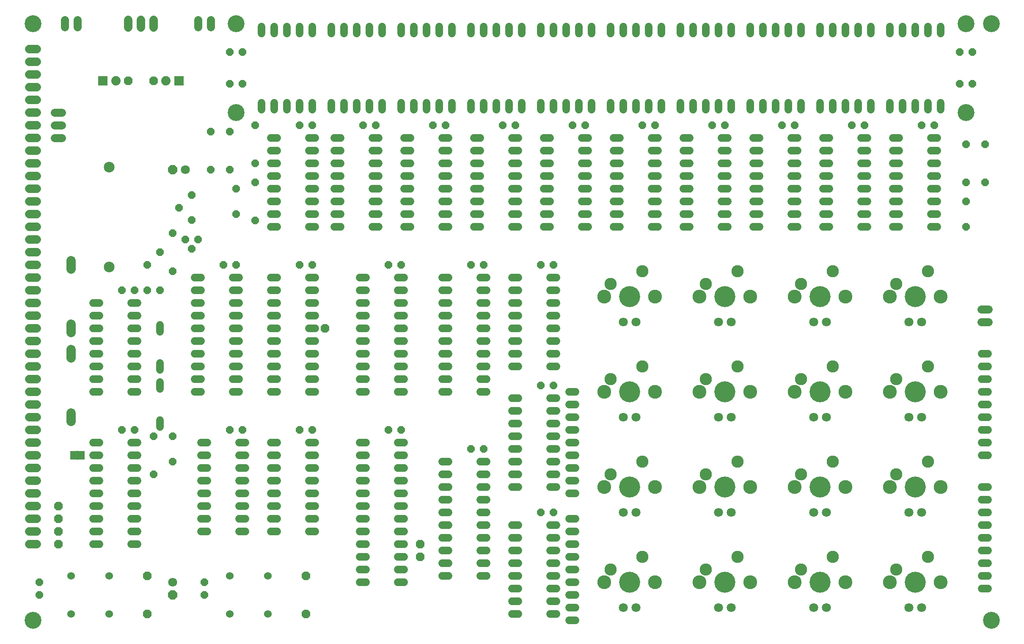
<source format=gbs>
G04 EAGLE Gerber RS-274X export*
G75*
%MOMM*%
%FSLAX34Y34*%
%LPD*%
%INSoldermask Bottom*%
%IPPOS*%
%AMOC8*
5,1,8,0,0,1.08239X$1,22.5*%
G01*
%ADD10C,3.378200*%
%ADD11C,1.727200*%
%ADD12C,2.453200*%
%ADD13C,2.774800*%
%ADD14C,4.203600*%
%ADD15C,1.803400*%
%ADD16C,1.524000*%
%ADD17P,1.649562X8X112.500000*%
%ADD18C,1.524000*%
%ADD19P,1.869504X8X22.500000*%
%ADD20C,2.153200*%
%ADD21P,1.649562X8X292.500000*%
%ADD22C,1.879600*%
%ADD23P,1.649562X8X202.500000*%
%ADD24R,1.917700X1.917700*%
%ADD25C,1.879600*%
%ADD26C,1.625600*%
%ADD27P,1.649562X8X22.500000*%
%ADD28P,1.951982X8X292.500000*%
%ADD29P,1.951982X8X202.500000*%
%ADD30R,1.371600X1.803400*%
%ADD31R,0.152400X1.828800*%


D10*
X38100Y38100D03*
X38100Y1231900D03*
X1955800Y1231900D03*
X1955800Y38100D03*
X1905000Y1231900D03*
X1905000Y1054100D03*
X444500Y1054100D03*
X444500Y1231900D03*
D11*
X45720Y698500D02*
X30480Y698500D01*
X30480Y723900D02*
X45720Y723900D01*
X45720Y749300D02*
X30480Y749300D01*
X30480Y774700D02*
X45720Y774700D01*
X45720Y800100D02*
X30480Y800100D01*
X30480Y825500D02*
X45720Y825500D01*
X45720Y850900D02*
X30480Y850900D01*
X30480Y876300D02*
X45720Y876300D01*
X45720Y901700D02*
X30480Y901700D01*
X30480Y927100D02*
X45720Y927100D01*
X45720Y952500D02*
X30480Y952500D01*
X30480Y977900D02*
X45720Y977900D01*
X45720Y1003300D02*
X30480Y1003300D01*
X30480Y1028700D02*
X45720Y1028700D01*
X45720Y1054100D02*
X30480Y1054100D01*
X30480Y1079500D02*
X45720Y1079500D01*
X45720Y1104900D02*
X30480Y1104900D01*
X30480Y1155700D02*
X45720Y1155700D01*
X45720Y1181100D02*
X30480Y1181100D01*
X30480Y1130300D02*
X45720Y1130300D01*
X45720Y190500D02*
X30480Y190500D01*
X30480Y215900D02*
X45720Y215900D01*
X45720Y241300D02*
X30480Y241300D01*
X30480Y266700D02*
X45720Y266700D01*
X45720Y292100D02*
X30480Y292100D01*
X30480Y317500D02*
X45720Y317500D01*
X45720Y342900D02*
X30480Y342900D01*
X30480Y368300D02*
X45720Y368300D01*
X45720Y393700D02*
X30480Y393700D01*
X30480Y419100D02*
X45720Y419100D01*
X45720Y444500D02*
X30480Y444500D01*
X30480Y469900D02*
X45720Y469900D01*
X45720Y495300D02*
X30480Y495300D01*
X30480Y520700D02*
X45720Y520700D01*
X45720Y546100D02*
X30480Y546100D01*
X30480Y571500D02*
X45720Y571500D01*
X45720Y596900D02*
X30480Y596900D01*
X30480Y622300D02*
X45720Y622300D01*
X45720Y647700D02*
X30480Y647700D01*
X30480Y673100D02*
X45720Y673100D01*
D12*
X1193800Y711200D03*
X1257300Y736600D03*
D13*
X1181100Y685800D03*
X1282700Y685800D03*
D14*
X1231900Y685800D03*
D15*
X1244600Y635000D03*
X1219200Y635000D03*
D12*
X1384300Y711200D03*
X1447800Y736600D03*
D13*
X1371600Y685800D03*
X1473200Y685800D03*
D14*
X1422400Y685800D03*
D15*
X1435100Y635000D03*
X1409700Y635000D03*
D12*
X1574800Y711200D03*
X1638300Y736600D03*
D13*
X1562100Y685800D03*
X1663700Y685800D03*
D14*
X1612900Y685800D03*
D15*
X1625600Y635000D03*
X1600200Y635000D03*
D12*
X1765300Y711200D03*
X1828800Y736600D03*
D13*
X1752600Y685800D03*
X1854200Y685800D03*
D14*
X1803400Y685800D03*
D15*
X1816100Y635000D03*
X1790700Y635000D03*
D12*
X1193800Y520700D03*
X1257300Y546100D03*
D13*
X1181100Y495300D03*
X1282700Y495300D03*
D14*
X1231900Y495300D03*
D15*
X1244600Y444500D03*
X1219200Y444500D03*
D12*
X1384300Y520700D03*
X1447800Y546100D03*
D13*
X1371600Y495300D03*
X1473200Y495300D03*
D14*
X1422400Y495300D03*
D15*
X1435100Y444500D03*
X1409700Y444500D03*
D12*
X1574800Y520700D03*
X1638300Y546100D03*
D13*
X1562100Y495300D03*
X1663700Y495300D03*
D14*
X1612900Y495300D03*
D15*
X1625600Y444500D03*
X1600200Y444500D03*
D12*
X1765300Y520700D03*
X1828800Y546100D03*
D13*
X1752600Y495300D03*
X1854200Y495300D03*
D14*
X1803400Y495300D03*
D15*
X1816100Y444500D03*
X1790700Y444500D03*
D12*
X1193800Y330200D03*
X1257300Y355600D03*
D13*
X1181100Y304800D03*
X1282700Y304800D03*
D14*
X1231900Y304800D03*
D15*
X1244600Y254000D03*
X1219200Y254000D03*
D12*
X1384300Y330200D03*
X1447800Y355600D03*
D13*
X1371600Y304800D03*
X1473200Y304800D03*
D14*
X1422400Y304800D03*
D15*
X1435100Y254000D03*
X1409700Y254000D03*
D12*
X1574800Y330200D03*
X1638300Y355600D03*
D13*
X1562100Y304800D03*
X1663700Y304800D03*
D14*
X1612900Y304800D03*
D15*
X1625600Y254000D03*
X1600200Y254000D03*
D12*
X1765300Y330200D03*
X1828800Y355600D03*
D13*
X1752600Y304800D03*
X1854200Y304800D03*
D14*
X1803400Y304800D03*
D15*
X1816100Y254000D03*
X1790700Y254000D03*
D12*
X1384300Y139700D03*
X1447800Y165100D03*
D13*
X1371600Y114300D03*
X1473200Y114300D03*
D14*
X1422400Y114300D03*
D15*
X1435100Y63500D03*
X1409700Y63500D03*
D12*
X1574800Y139700D03*
X1638300Y165100D03*
D13*
X1562100Y114300D03*
X1663700Y114300D03*
D14*
X1612900Y114300D03*
D15*
X1625600Y63500D03*
X1600200Y63500D03*
D12*
X1765300Y139700D03*
X1828800Y165100D03*
D13*
X1752600Y114300D03*
X1854200Y114300D03*
D14*
X1803400Y114300D03*
D15*
X1816100Y63500D03*
X1790700Y63500D03*
D12*
X1193800Y139700D03*
X1257300Y165100D03*
D13*
X1181100Y114300D03*
X1282700Y114300D03*
D14*
X1231900Y114300D03*
D15*
X1244600Y63500D03*
X1219200Y63500D03*
D16*
X1752600Y1060196D02*
X1752600Y1073404D01*
X1778000Y1073404D02*
X1778000Y1060196D01*
X1803400Y1060196D02*
X1803400Y1073404D01*
X1828800Y1073404D02*
X1828800Y1060196D01*
X1854200Y1060196D02*
X1854200Y1073404D01*
X1854200Y1212596D02*
X1854200Y1225804D01*
X1828800Y1225804D02*
X1828800Y1212596D01*
X1803400Y1212596D02*
X1803400Y1225804D01*
X1778000Y1225804D02*
X1778000Y1212596D01*
X1752600Y1212596D02*
X1752600Y1225804D01*
X1758696Y1003300D02*
X1771904Y1003300D01*
X1771904Y977900D02*
X1758696Y977900D01*
X1758696Y850900D02*
X1771904Y850900D01*
X1771904Y825500D02*
X1758696Y825500D01*
X1758696Y952500D02*
X1771904Y952500D01*
X1771904Y927100D02*
X1758696Y927100D01*
X1758696Y876300D02*
X1771904Y876300D01*
X1771904Y901700D02*
X1758696Y901700D01*
X1834896Y825500D02*
X1848104Y825500D01*
X1848104Y850900D02*
X1834896Y850900D01*
X1834896Y876300D02*
X1848104Y876300D01*
X1848104Y901700D02*
X1834896Y901700D01*
X1834896Y927100D02*
X1848104Y927100D01*
X1848104Y952500D02*
X1834896Y952500D01*
X1834896Y977900D02*
X1848104Y977900D01*
X1848104Y1003300D02*
X1834896Y1003300D01*
X1612900Y1060196D02*
X1612900Y1073404D01*
X1638300Y1073404D02*
X1638300Y1060196D01*
X1663700Y1060196D02*
X1663700Y1073404D01*
X1689100Y1073404D02*
X1689100Y1060196D01*
X1714500Y1060196D02*
X1714500Y1073404D01*
X1714500Y1212596D02*
X1714500Y1225804D01*
X1689100Y1225804D02*
X1689100Y1212596D01*
X1663700Y1212596D02*
X1663700Y1225804D01*
X1638300Y1225804D02*
X1638300Y1212596D01*
X1612900Y1212596D02*
X1612900Y1225804D01*
X1618996Y1003300D02*
X1632204Y1003300D01*
X1632204Y977900D02*
X1618996Y977900D01*
X1618996Y850900D02*
X1632204Y850900D01*
X1632204Y825500D02*
X1618996Y825500D01*
X1618996Y952500D02*
X1632204Y952500D01*
X1632204Y927100D02*
X1618996Y927100D01*
X1618996Y876300D02*
X1632204Y876300D01*
X1632204Y901700D02*
X1618996Y901700D01*
X1695196Y825500D02*
X1708404Y825500D01*
X1708404Y850900D02*
X1695196Y850900D01*
X1695196Y876300D02*
X1708404Y876300D01*
X1708404Y901700D02*
X1695196Y901700D01*
X1695196Y927100D02*
X1708404Y927100D01*
X1708404Y952500D02*
X1695196Y952500D01*
X1695196Y977900D02*
X1708404Y977900D01*
X1708404Y1003300D02*
X1695196Y1003300D01*
X1473200Y1060196D02*
X1473200Y1073404D01*
X1498600Y1073404D02*
X1498600Y1060196D01*
X1524000Y1060196D02*
X1524000Y1073404D01*
X1549400Y1073404D02*
X1549400Y1060196D01*
X1574800Y1060196D02*
X1574800Y1073404D01*
X1574800Y1212596D02*
X1574800Y1225804D01*
X1549400Y1225804D02*
X1549400Y1212596D01*
X1524000Y1212596D02*
X1524000Y1225804D01*
X1498600Y1225804D02*
X1498600Y1212596D01*
X1473200Y1212596D02*
X1473200Y1225804D01*
X1479296Y1003300D02*
X1492504Y1003300D01*
X1492504Y977900D02*
X1479296Y977900D01*
X1479296Y850900D02*
X1492504Y850900D01*
X1492504Y825500D02*
X1479296Y825500D01*
X1479296Y952500D02*
X1492504Y952500D01*
X1492504Y927100D02*
X1479296Y927100D01*
X1479296Y876300D02*
X1492504Y876300D01*
X1492504Y901700D02*
X1479296Y901700D01*
X1555496Y825500D02*
X1568704Y825500D01*
X1568704Y850900D02*
X1555496Y850900D01*
X1555496Y876300D02*
X1568704Y876300D01*
X1568704Y901700D02*
X1555496Y901700D01*
X1555496Y927100D02*
X1568704Y927100D01*
X1568704Y952500D02*
X1555496Y952500D01*
X1555496Y977900D02*
X1568704Y977900D01*
X1568704Y1003300D02*
X1555496Y1003300D01*
X1333500Y1060196D02*
X1333500Y1073404D01*
X1358900Y1073404D02*
X1358900Y1060196D01*
X1384300Y1060196D02*
X1384300Y1073404D01*
X1409700Y1073404D02*
X1409700Y1060196D01*
X1435100Y1060196D02*
X1435100Y1073404D01*
X1435100Y1212596D02*
X1435100Y1225804D01*
X1409700Y1225804D02*
X1409700Y1212596D01*
X1384300Y1212596D02*
X1384300Y1225804D01*
X1358900Y1225804D02*
X1358900Y1212596D01*
X1333500Y1212596D02*
X1333500Y1225804D01*
X1339596Y1003300D02*
X1352804Y1003300D01*
X1352804Y977900D02*
X1339596Y977900D01*
X1339596Y850900D02*
X1352804Y850900D01*
X1352804Y825500D02*
X1339596Y825500D01*
X1339596Y952500D02*
X1352804Y952500D01*
X1352804Y927100D02*
X1339596Y927100D01*
X1339596Y876300D02*
X1352804Y876300D01*
X1352804Y901700D02*
X1339596Y901700D01*
X1415796Y825500D02*
X1429004Y825500D01*
X1429004Y850900D02*
X1415796Y850900D01*
X1415796Y876300D02*
X1429004Y876300D01*
X1429004Y901700D02*
X1415796Y901700D01*
X1415796Y927100D02*
X1429004Y927100D01*
X1429004Y952500D02*
X1415796Y952500D01*
X1415796Y977900D02*
X1429004Y977900D01*
X1429004Y1003300D02*
X1415796Y1003300D01*
X1193800Y1060196D02*
X1193800Y1073404D01*
X1219200Y1073404D02*
X1219200Y1060196D01*
X1244600Y1060196D02*
X1244600Y1073404D01*
X1270000Y1073404D02*
X1270000Y1060196D01*
X1295400Y1060196D02*
X1295400Y1073404D01*
X1295400Y1212596D02*
X1295400Y1225804D01*
X1270000Y1225804D02*
X1270000Y1212596D01*
X1244600Y1212596D02*
X1244600Y1225804D01*
X1219200Y1225804D02*
X1219200Y1212596D01*
X1193800Y1212596D02*
X1193800Y1225804D01*
X1199896Y1003300D02*
X1213104Y1003300D01*
X1213104Y977900D02*
X1199896Y977900D01*
X1199896Y850900D02*
X1213104Y850900D01*
X1213104Y825500D02*
X1199896Y825500D01*
X1199896Y952500D02*
X1213104Y952500D01*
X1213104Y927100D02*
X1199896Y927100D01*
X1199896Y876300D02*
X1213104Y876300D01*
X1213104Y901700D02*
X1199896Y901700D01*
X1276096Y825500D02*
X1289304Y825500D01*
X1289304Y850900D02*
X1276096Y850900D01*
X1276096Y876300D02*
X1289304Y876300D01*
X1289304Y901700D02*
X1276096Y901700D01*
X1276096Y927100D02*
X1289304Y927100D01*
X1289304Y952500D02*
X1276096Y952500D01*
X1276096Y977900D02*
X1289304Y977900D01*
X1289304Y1003300D02*
X1276096Y1003300D01*
X1054100Y1060196D02*
X1054100Y1073404D01*
X1079500Y1073404D02*
X1079500Y1060196D01*
X1104900Y1060196D02*
X1104900Y1073404D01*
X1130300Y1073404D02*
X1130300Y1060196D01*
X1155700Y1060196D02*
X1155700Y1073404D01*
X1155700Y1212596D02*
X1155700Y1225804D01*
X1130300Y1225804D02*
X1130300Y1212596D01*
X1104900Y1212596D02*
X1104900Y1225804D01*
X1079500Y1225804D02*
X1079500Y1212596D01*
X1054100Y1212596D02*
X1054100Y1225804D01*
X1060196Y1003300D02*
X1073404Y1003300D01*
X1073404Y977900D02*
X1060196Y977900D01*
X1060196Y850900D02*
X1073404Y850900D01*
X1073404Y825500D02*
X1060196Y825500D01*
X1060196Y952500D02*
X1073404Y952500D01*
X1073404Y927100D02*
X1060196Y927100D01*
X1060196Y876300D02*
X1073404Y876300D01*
X1073404Y901700D02*
X1060196Y901700D01*
X1136396Y825500D02*
X1149604Y825500D01*
X1149604Y850900D02*
X1136396Y850900D01*
X1136396Y876300D02*
X1149604Y876300D01*
X1149604Y901700D02*
X1136396Y901700D01*
X1136396Y927100D02*
X1149604Y927100D01*
X1149604Y952500D02*
X1136396Y952500D01*
X1136396Y977900D02*
X1149604Y977900D01*
X1149604Y1003300D02*
X1136396Y1003300D01*
X914400Y1060196D02*
X914400Y1073404D01*
X939800Y1073404D02*
X939800Y1060196D01*
X965200Y1060196D02*
X965200Y1073404D01*
X990600Y1073404D02*
X990600Y1060196D01*
X1016000Y1060196D02*
X1016000Y1073404D01*
X1016000Y1212596D02*
X1016000Y1225804D01*
X990600Y1225804D02*
X990600Y1212596D01*
X965200Y1212596D02*
X965200Y1225804D01*
X939800Y1225804D02*
X939800Y1212596D01*
X914400Y1212596D02*
X914400Y1225804D01*
X920496Y1003300D02*
X933704Y1003300D01*
X933704Y977900D02*
X920496Y977900D01*
X920496Y850900D02*
X933704Y850900D01*
X933704Y825500D02*
X920496Y825500D01*
X920496Y952500D02*
X933704Y952500D01*
X933704Y927100D02*
X920496Y927100D01*
X920496Y876300D02*
X933704Y876300D01*
X933704Y901700D02*
X920496Y901700D01*
X996696Y825500D02*
X1009904Y825500D01*
X1009904Y850900D02*
X996696Y850900D01*
X996696Y876300D02*
X1009904Y876300D01*
X1009904Y901700D02*
X996696Y901700D01*
X996696Y927100D02*
X1009904Y927100D01*
X1009904Y952500D02*
X996696Y952500D01*
X996696Y977900D02*
X1009904Y977900D01*
X1009904Y1003300D02*
X996696Y1003300D01*
X774700Y1060196D02*
X774700Y1073404D01*
X800100Y1073404D02*
X800100Y1060196D01*
X825500Y1060196D02*
X825500Y1073404D01*
X850900Y1073404D02*
X850900Y1060196D01*
X876300Y1060196D02*
X876300Y1073404D01*
X876300Y1212596D02*
X876300Y1225804D01*
X850900Y1225804D02*
X850900Y1212596D01*
X825500Y1212596D02*
X825500Y1225804D01*
X800100Y1225804D02*
X800100Y1212596D01*
X774700Y1212596D02*
X774700Y1225804D01*
X780796Y1003300D02*
X794004Y1003300D01*
X794004Y977900D02*
X780796Y977900D01*
X780796Y850900D02*
X794004Y850900D01*
X794004Y825500D02*
X780796Y825500D01*
X780796Y952500D02*
X794004Y952500D01*
X794004Y927100D02*
X780796Y927100D01*
X780796Y876300D02*
X794004Y876300D01*
X794004Y901700D02*
X780796Y901700D01*
X856996Y825500D02*
X870204Y825500D01*
X870204Y850900D02*
X856996Y850900D01*
X856996Y876300D02*
X870204Y876300D01*
X870204Y901700D02*
X856996Y901700D01*
X856996Y927100D02*
X870204Y927100D01*
X870204Y952500D02*
X856996Y952500D01*
X856996Y977900D02*
X870204Y977900D01*
X870204Y1003300D02*
X856996Y1003300D01*
X635000Y1060196D02*
X635000Y1073404D01*
X660400Y1073404D02*
X660400Y1060196D01*
X685800Y1060196D02*
X685800Y1073404D01*
X711200Y1073404D02*
X711200Y1060196D01*
X736600Y1060196D02*
X736600Y1073404D01*
X736600Y1212596D02*
X736600Y1225804D01*
X711200Y1225804D02*
X711200Y1212596D01*
X685800Y1212596D02*
X685800Y1225804D01*
X660400Y1225804D02*
X660400Y1212596D01*
X635000Y1212596D02*
X635000Y1225804D01*
X641096Y1003300D02*
X654304Y1003300D01*
X654304Y977900D02*
X641096Y977900D01*
X641096Y850900D02*
X654304Y850900D01*
X654304Y825500D02*
X641096Y825500D01*
X641096Y952500D02*
X654304Y952500D01*
X654304Y927100D02*
X641096Y927100D01*
X641096Y876300D02*
X654304Y876300D01*
X654304Y901700D02*
X641096Y901700D01*
X717296Y825500D02*
X730504Y825500D01*
X730504Y850900D02*
X717296Y850900D01*
X717296Y876300D02*
X730504Y876300D01*
X730504Y901700D02*
X717296Y901700D01*
X717296Y927100D02*
X730504Y927100D01*
X730504Y952500D02*
X717296Y952500D01*
X717296Y977900D02*
X730504Y977900D01*
X730504Y1003300D02*
X717296Y1003300D01*
X495300Y1060196D02*
X495300Y1073404D01*
X520700Y1073404D02*
X520700Y1060196D01*
X546100Y1060196D02*
X546100Y1073404D01*
X571500Y1073404D02*
X571500Y1060196D01*
X596900Y1060196D02*
X596900Y1073404D01*
X596900Y1212596D02*
X596900Y1225804D01*
X571500Y1225804D02*
X571500Y1212596D01*
X546100Y1212596D02*
X546100Y1225804D01*
X520700Y1225804D02*
X520700Y1212596D01*
X495300Y1212596D02*
X495300Y1225804D01*
X514096Y1003300D02*
X527304Y1003300D01*
X527304Y977900D02*
X514096Y977900D01*
X514096Y850900D02*
X527304Y850900D01*
X527304Y825500D02*
X514096Y825500D01*
X514096Y952500D02*
X527304Y952500D01*
X527304Y927100D02*
X514096Y927100D01*
X514096Y876300D02*
X527304Y876300D01*
X527304Y901700D02*
X514096Y901700D01*
X590296Y825500D02*
X603504Y825500D01*
X603504Y850900D02*
X590296Y850900D01*
X590296Y876300D02*
X603504Y876300D01*
X603504Y901700D02*
X590296Y901700D01*
X590296Y927100D02*
X603504Y927100D01*
X603504Y952500D02*
X590296Y952500D01*
X590296Y977900D02*
X603504Y977900D01*
X603504Y1003300D02*
X590296Y1003300D01*
X856996Y723900D02*
X870204Y723900D01*
X870204Y698500D02*
X856996Y698500D01*
X856996Y571500D02*
X870204Y571500D01*
X870204Y546100D02*
X856996Y546100D01*
X856996Y673100D02*
X870204Y673100D01*
X870204Y647700D02*
X856996Y647700D01*
X856996Y596900D02*
X870204Y596900D01*
X870204Y622300D02*
X856996Y622300D01*
X856996Y520700D02*
X870204Y520700D01*
X870204Y495300D02*
X856996Y495300D01*
X933196Y495300D02*
X946404Y495300D01*
X946404Y520700D02*
X933196Y520700D01*
X933196Y546100D02*
X946404Y546100D01*
X946404Y571500D02*
X933196Y571500D01*
X933196Y596900D02*
X946404Y596900D01*
X946404Y622300D02*
X933196Y622300D01*
X933196Y647700D02*
X946404Y647700D01*
X946404Y673100D02*
X933196Y673100D01*
X933196Y698500D02*
X946404Y698500D01*
X946404Y723900D02*
X933196Y723900D01*
X705104Y723900D02*
X691896Y723900D01*
X691896Y698500D02*
X705104Y698500D01*
X705104Y571500D02*
X691896Y571500D01*
X691896Y546100D02*
X705104Y546100D01*
X705104Y673100D02*
X691896Y673100D01*
X691896Y647700D02*
X705104Y647700D01*
X705104Y596900D02*
X691896Y596900D01*
X691896Y622300D02*
X705104Y622300D01*
X705104Y520700D02*
X691896Y520700D01*
X691896Y495300D02*
X705104Y495300D01*
X768096Y495300D02*
X781304Y495300D01*
X781304Y520700D02*
X768096Y520700D01*
X768096Y546100D02*
X781304Y546100D01*
X781304Y571500D02*
X768096Y571500D01*
X768096Y596900D02*
X781304Y596900D01*
X781304Y622300D02*
X768096Y622300D01*
X768096Y647700D02*
X781304Y647700D01*
X781304Y673100D02*
X768096Y673100D01*
X768096Y698500D02*
X781304Y698500D01*
X781304Y723900D02*
X768096Y723900D01*
X527304Y723900D02*
X514096Y723900D01*
X514096Y698500D02*
X527304Y698500D01*
X527304Y571500D02*
X514096Y571500D01*
X514096Y546100D02*
X527304Y546100D01*
X527304Y673100D02*
X514096Y673100D01*
X514096Y647700D02*
X527304Y647700D01*
X527304Y596900D02*
X514096Y596900D01*
X514096Y622300D02*
X527304Y622300D01*
X527304Y520700D02*
X514096Y520700D01*
X514096Y495300D02*
X527304Y495300D01*
X590296Y495300D02*
X603504Y495300D01*
X603504Y520700D02*
X590296Y520700D01*
X590296Y546100D02*
X603504Y546100D01*
X603504Y571500D02*
X590296Y571500D01*
X590296Y596900D02*
X603504Y596900D01*
X603504Y622300D02*
X590296Y622300D01*
X590296Y647700D02*
X603504Y647700D01*
X603504Y673100D02*
X590296Y673100D01*
X590296Y698500D02*
X603504Y698500D01*
X603504Y723900D02*
X590296Y723900D01*
X996696Y723900D02*
X1009904Y723900D01*
X1009904Y698500D02*
X996696Y698500D01*
X996696Y571500D02*
X1009904Y571500D01*
X1009904Y546100D02*
X996696Y546100D01*
X996696Y673100D02*
X1009904Y673100D01*
X1009904Y647700D02*
X996696Y647700D01*
X996696Y596900D02*
X1009904Y596900D01*
X1009904Y622300D02*
X996696Y622300D01*
X1072896Y546100D02*
X1086104Y546100D01*
X1086104Y571500D02*
X1072896Y571500D01*
X1072896Y596900D02*
X1086104Y596900D01*
X1086104Y622300D02*
X1072896Y622300D01*
X1072896Y647700D02*
X1086104Y647700D01*
X1086104Y673100D02*
X1072896Y673100D01*
X1072896Y698500D02*
X1086104Y698500D01*
X1086104Y723900D02*
X1072896Y723900D01*
D17*
X482600Y838200D03*
X482600Y914400D03*
X482600Y952500D03*
X482600Y1028700D03*
D16*
X691896Y393700D02*
X705104Y393700D01*
X705104Y368300D02*
X691896Y368300D01*
X691896Y342900D02*
X705104Y342900D01*
X705104Y317500D02*
X691896Y317500D01*
X691896Y292100D02*
X705104Y292100D01*
X705104Y266700D02*
X691896Y266700D01*
X691896Y241300D02*
X705104Y241300D01*
X705104Y215900D02*
X691896Y215900D01*
X691896Y190500D02*
X705104Y190500D01*
X705104Y165100D02*
X691896Y165100D01*
X691896Y139700D02*
X705104Y139700D01*
X705104Y114300D02*
X691896Y114300D01*
X768096Y114300D02*
X781304Y114300D01*
X781304Y139700D02*
X768096Y139700D01*
X768096Y165100D02*
X781304Y165100D01*
X781304Y190500D02*
X768096Y190500D01*
X768096Y215900D02*
X781304Y215900D01*
X781304Y241300D02*
X768096Y241300D01*
X768096Y266700D02*
X781304Y266700D01*
X781304Y292100D02*
X768096Y292100D01*
X768096Y317500D02*
X781304Y317500D01*
X781304Y342900D02*
X768096Y342900D01*
X768096Y368300D02*
X781304Y368300D01*
X781304Y393700D02*
X768096Y393700D01*
X996696Y482600D02*
X1009904Y482600D01*
X1009904Y457200D02*
X996696Y457200D01*
X996696Y330200D02*
X1009904Y330200D01*
X1009904Y304800D02*
X996696Y304800D01*
X996696Y431800D02*
X1009904Y431800D01*
X1009904Y406400D02*
X996696Y406400D01*
X996696Y355600D02*
X1009904Y355600D01*
X1009904Y381000D02*
X996696Y381000D01*
X1072896Y304800D02*
X1086104Y304800D01*
X1086104Y330200D02*
X1072896Y330200D01*
X1072896Y355600D02*
X1086104Y355600D01*
X1086104Y381000D02*
X1072896Y381000D01*
X1072896Y406400D02*
X1086104Y406400D01*
X1086104Y431800D02*
X1072896Y431800D01*
X1072896Y457200D02*
X1086104Y457200D01*
X1086104Y482600D02*
X1072896Y482600D01*
X1009904Y228600D02*
X996696Y228600D01*
X996696Y203200D02*
X1009904Y203200D01*
X1009904Y76200D02*
X996696Y76200D01*
X996696Y50800D02*
X1009904Y50800D01*
X1009904Y177800D02*
X996696Y177800D01*
X996696Y152400D02*
X1009904Y152400D01*
X1009904Y101600D02*
X996696Y101600D01*
X996696Y127000D02*
X1009904Y127000D01*
X1072896Y50800D02*
X1086104Y50800D01*
X1086104Y76200D02*
X1072896Y76200D01*
X1072896Y101600D02*
X1086104Y101600D01*
X1086104Y127000D02*
X1072896Y127000D01*
X1072896Y152400D02*
X1086104Y152400D01*
X1086104Y177800D02*
X1072896Y177800D01*
X1072896Y203200D02*
X1086104Y203200D01*
X1086104Y228600D02*
X1072896Y228600D01*
X870204Y355600D02*
X856996Y355600D01*
X856996Y330200D02*
X870204Y330200D01*
X870204Y203200D02*
X856996Y203200D01*
X856996Y177800D02*
X870204Y177800D01*
X870204Y304800D02*
X856996Y304800D01*
X856996Y279400D02*
X870204Y279400D01*
X870204Y228600D02*
X856996Y228600D01*
X856996Y254000D02*
X870204Y254000D01*
X870204Y152400D02*
X856996Y152400D01*
X856996Y127000D02*
X870204Y127000D01*
X933196Y127000D02*
X946404Y127000D01*
X946404Y152400D02*
X933196Y152400D01*
X933196Y177800D02*
X946404Y177800D01*
X946404Y203200D02*
X933196Y203200D01*
X933196Y228600D02*
X946404Y228600D01*
X946404Y254000D02*
X933196Y254000D01*
X933196Y279400D02*
X946404Y279400D01*
X946404Y304800D02*
X933196Y304800D01*
X933196Y330200D02*
X946404Y330200D01*
X946404Y355600D02*
X933196Y355600D01*
X1110996Y292100D02*
X1124204Y292100D01*
X1124204Y317500D02*
X1110996Y317500D01*
X1110996Y342900D02*
X1124204Y342900D01*
X1124204Y368300D02*
X1110996Y368300D01*
X1110996Y393700D02*
X1124204Y393700D01*
X1124204Y419100D02*
X1110996Y419100D01*
X1110996Y444500D02*
X1124204Y444500D01*
X1124204Y469900D02*
X1110996Y469900D01*
X1110996Y495300D02*
X1124204Y495300D01*
X1124204Y38100D02*
X1110996Y38100D01*
X1110996Y63500D02*
X1124204Y63500D01*
X1124204Y88900D02*
X1110996Y88900D01*
X1110996Y114300D02*
X1124204Y114300D01*
X1124204Y139700D02*
X1110996Y139700D01*
X1110996Y165100D02*
X1124204Y165100D01*
X1124204Y190500D02*
X1110996Y190500D01*
X1110996Y215900D02*
X1124204Y215900D01*
X1124204Y241300D02*
X1110996Y241300D01*
X527304Y393700D02*
X514096Y393700D01*
X514096Y368300D02*
X527304Y368300D01*
X527304Y241300D02*
X514096Y241300D01*
X514096Y215900D02*
X527304Y215900D01*
X527304Y342900D02*
X514096Y342900D01*
X514096Y317500D02*
X527304Y317500D01*
X527304Y266700D02*
X514096Y266700D01*
X514096Y292100D02*
X527304Y292100D01*
X590296Y215900D02*
X603504Y215900D01*
X603504Y241300D02*
X590296Y241300D01*
X590296Y266700D02*
X603504Y266700D01*
X603504Y292100D02*
X590296Y292100D01*
X590296Y317500D02*
X603504Y317500D01*
X603504Y342900D02*
X590296Y342900D01*
X590296Y368300D02*
X603504Y368300D01*
X603504Y393700D02*
X590296Y393700D01*
X387604Y393700D02*
X374396Y393700D01*
X374396Y368300D02*
X387604Y368300D01*
X387604Y241300D02*
X374396Y241300D01*
X374396Y215900D02*
X387604Y215900D01*
X387604Y342900D02*
X374396Y342900D01*
X374396Y317500D02*
X387604Y317500D01*
X387604Y266700D02*
X374396Y266700D01*
X374396Y292100D02*
X387604Y292100D01*
X450596Y215900D02*
X463804Y215900D01*
X463804Y241300D02*
X450596Y241300D01*
X450596Y266700D02*
X463804Y266700D01*
X463804Y292100D02*
X450596Y292100D01*
X450596Y317500D02*
X463804Y317500D01*
X463804Y342900D02*
X450596Y342900D01*
X450596Y368300D02*
X463804Y368300D01*
X463804Y393700D02*
X450596Y393700D01*
D18*
X431800Y50800D03*
X508000Y50800D03*
X508000Y127000D03*
X431800Y127000D03*
D19*
X584200Y127000D03*
X584200Y50800D03*
D16*
X171704Y393700D02*
X158496Y393700D01*
X158496Y368300D02*
X171704Y368300D01*
X171704Y342900D02*
X158496Y342900D01*
X158496Y317500D02*
X171704Y317500D01*
X171704Y292100D02*
X158496Y292100D01*
X158496Y266700D02*
X171704Y266700D01*
X171704Y241300D02*
X158496Y241300D01*
X158496Y215900D02*
X171704Y215900D01*
X171704Y190500D02*
X158496Y190500D01*
X234696Y190500D02*
X247904Y190500D01*
X247904Y215900D02*
X234696Y215900D01*
X234696Y241300D02*
X247904Y241300D01*
X247904Y266700D02*
X234696Y266700D01*
X234696Y292100D02*
X247904Y292100D01*
X247904Y317500D02*
X234696Y317500D01*
X234696Y342900D02*
X247904Y342900D01*
X247904Y368300D02*
X234696Y368300D01*
X234696Y393700D02*
X247904Y393700D01*
D20*
X190500Y945100D03*
X190500Y745100D03*
D21*
X317500Y406400D03*
X317500Y355600D03*
D17*
X279400Y330200D03*
X279400Y406400D03*
D16*
X292100Y425196D02*
X292100Y438404D01*
X292100Y501396D02*
X292100Y514604D01*
X292100Y615696D02*
X292100Y628904D01*
X292100Y552704D02*
X292100Y539496D01*
D22*
X114300Y613918D02*
X114300Y630682D01*
X114300Y740918D02*
X114300Y757682D01*
X114300Y579882D02*
X114300Y563118D01*
X114300Y452882D02*
X114300Y436118D01*
D23*
X241300Y419100D03*
X215900Y419100D03*
D19*
X812800Y165100D03*
D16*
X171704Y673100D02*
X158496Y673100D01*
X158496Y647700D02*
X171704Y647700D01*
X171704Y520700D02*
X158496Y520700D01*
X158496Y495300D02*
X171704Y495300D01*
X171704Y622300D02*
X158496Y622300D01*
X158496Y596900D02*
X171704Y596900D01*
X171704Y546100D02*
X158496Y546100D01*
X158496Y571500D02*
X171704Y571500D01*
X234696Y495300D02*
X247904Y495300D01*
X247904Y520700D02*
X234696Y520700D01*
X234696Y546100D02*
X247904Y546100D01*
X247904Y571500D02*
X234696Y571500D01*
X234696Y596900D02*
X247904Y596900D01*
X247904Y622300D02*
X234696Y622300D01*
X234696Y647700D02*
X247904Y647700D01*
X247904Y673100D02*
X234696Y673100D01*
D21*
X292100Y774700D03*
X292100Y698500D03*
D23*
X241300Y698500D03*
X215900Y698500D03*
D18*
X114300Y50800D03*
X190500Y50800D03*
X190500Y127000D03*
X114300Y127000D03*
D19*
X266700Y127000D03*
X266700Y50800D03*
D24*
X177800Y1117600D03*
X330200Y1117600D03*
D25*
X204000Y1117600D03*
X304000Y1117600D03*
D19*
X279400Y1117600D03*
X228600Y1117600D03*
D17*
X266700Y698500D03*
X266700Y749300D03*
D23*
X596900Y1028700D03*
X571500Y1028700D03*
X723900Y1028700D03*
X698500Y1028700D03*
X863600Y1028700D03*
X838200Y1028700D03*
X1003300Y1028700D03*
X977900Y1028700D03*
X1143000Y1028700D03*
X1117600Y1028700D03*
X1282700Y1028700D03*
X1257300Y1028700D03*
X1422400Y1028700D03*
X1397000Y1028700D03*
X1562100Y1028700D03*
X1536700Y1028700D03*
X1841500Y1028700D03*
X1816100Y1028700D03*
X1701800Y1028700D03*
X1676400Y1028700D03*
X939800Y749300D03*
X914400Y749300D03*
X1079500Y749300D03*
X1054100Y749300D03*
X596900Y749300D03*
X571500Y749300D03*
X774700Y749300D03*
X749300Y749300D03*
X457200Y419100D03*
X431800Y419100D03*
X596900Y419100D03*
X571500Y419100D03*
X774700Y419100D03*
X749300Y419100D03*
X939800Y381000D03*
X914400Y381000D03*
X1079500Y508000D03*
X1054100Y508000D03*
X1079500Y254000D03*
X1054100Y254000D03*
D21*
X50800Y114300D03*
X50800Y88900D03*
X381000Y114300D03*
X381000Y88900D03*
D16*
X1936496Y571500D02*
X1949704Y571500D01*
X1949704Y546100D02*
X1936496Y546100D01*
X1936496Y520700D02*
X1949704Y520700D01*
X1949704Y495300D02*
X1936496Y495300D01*
X1936496Y469900D02*
X1949704Y469900D01*
X1949704Y444500D02*
X1936496Y444500D01*
X1936496Y419100D02*
X1949704Y419100D01*
X1949704Y393700D02*
X1936496Y393700D01*
X1936496Y368300D02*
X1949704Y368300D01*
X1949704Y304800D02*
X1936496Y304800D01*
X1936496Y279400D02*
X1949704Y279400D01*
X1949704Y254000D02*
X1936496Y254000D01*
X1936496Y228600D02*
X1949704Y228600D01*
X1949704Y203200D02*
X1936496Y203200D01*
X1936496Y177800D02*
X1949704Y177800D01*
X1949704Y152400D02*
X1936496Y152400D01*
X1936496Y127000D02*
X1949704Y127000D01*
X1949704Y101600D02*
X1936496Y101600D01*
D26*
X1935988Y660400D02*
X1950212Y660400D01*
X1950212Y635000D02*
X1935988Y635000D01*
X96012Y1003300D02*
X81788Y1003300D01*
X81788Y1028700D02*
X96012Y1028700D01*
X96012Y1054100D02*
X81788Y1054100D01*
D27*
X431800Y1174750D03*
X457200Y1174750D03*
D17*
X393700Y939800D03*
X393700Y1016000D03*
D27*
X431800Y1111250D03*
X457200Y1111250D03*
D17*
X431800Y939800D03*
X431800Y1016000D03*
D26*
X368300Y1224788D02*
X368300Y1239012D01*
X393700Y1239012D02*
X393700Y1224788D01*
D19*
X88900Y266700D03*
X88900Y241300D03*
X88900Y215900D03*
X88900Y190500D03*
X812800Y190500D03*
D27*
X1892300Y1174750D03*
X1917700Y1174750D03*
X1892300Y1111250D03*
X1917700Y1111250D03*
D17*
X1943100Y914400D03*
X1943100Y990600D03*
X1905000Y914400D03*
X1905000Y990600D03*
D28*
X317500Y88900D03*
D15*
X317500Y114300D03*
D17*
X1905000Y825500D03*
X1905000Y876300D03*
X444500Y850900D03*
X444500Y901700D03*
D21*
X355600Y838454D03*
X355600Y888746D03*
X330200Y863600D03*
D29*
X317500Y939800D03*
D15*
X342900Y939800D03*
D16*
X361696Y723900D02*
X374904Y723900D01*
X374904Y698500D02*
X361696Y698500D01*
X361696Y571500D02*
X374904Y571500D01*
X374904Y546100D02*
X361696Y546100D01*
X361696Y673100D02*
X374904Y673100D01*
X374904Y647700D02*
X361696Y647700D01*
X361696Y596900D02*
X374904Y596900D01*
X374904Y622300D02*
X361696Y622300D01*
X361696Y520700D02*
X374904Y520700D01*
X374904Y495300D02*
X361696Y495300D01*
X437896Y495300D02*
X451104Y495300D01*
X451104Y520700D02*
X437896Y520700D01*
X437896Y546100D02*
X451104Y546100D01*
X451104Y571500D02*
X437896Y571500D01*
X437896Y596900D02*
X451104Y596900D01*
X451104Y622300D02*
X437896Y622300D01*
X437896Y647700D02*
X451104Y647700D01*
X451104Y673100D02*
X437896Y673100D01*
X437896Y698500D02*
X451104Y698500D01*
X451104Y723900D02*
X437896Y723900D01*
D23*
X444500Y749300D03*
X419100Y749300D03*
D19*
X622300Y622300D03*
D30*
X134620Y368300D03*
X119380Y368300D03*
D31*
X127000Y368300D03*
D23*
X342900Y800100D03*
X355600Y781050D03*
X368300Y800100D03*
D17*
X317500Y736600D03*
X317500Y812800D03*
D26*
X101600Y1224788D02*
X101600Y1239012D01*
X127000Y1239012D02*
X127000Y1224788D01*
D11*
X228600Y1224280D02*
X228600Y1239520D01*
X254000Y1239520D02*
X254000Y1224280D01*
X279400Y1224280D02*
X279400Y1239520D01*
M02*

</source>
